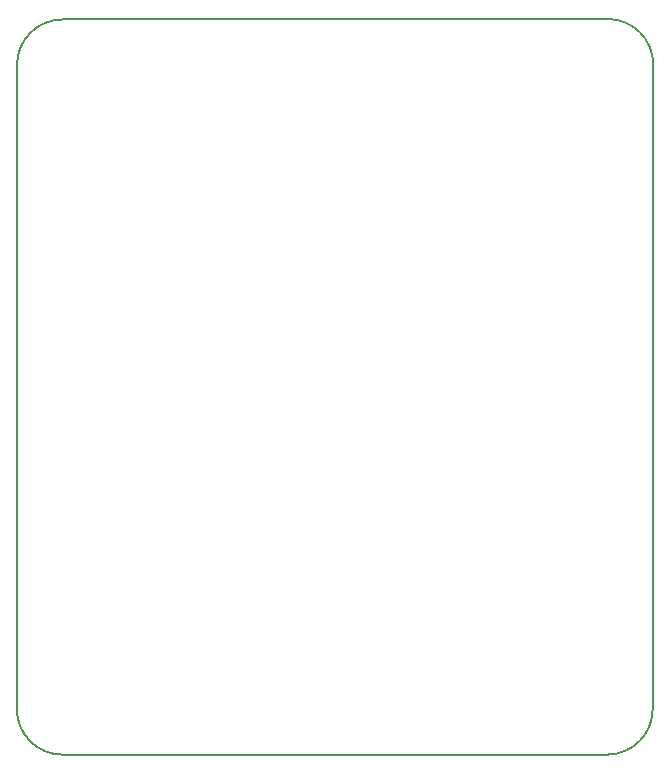
<source format=gbr>
G04 #@! TF.GenerationSoftware,KiCad,Pcbnew,(5.0.0)*
G04 #@! TF.CreationDate,2020-04-23T21:24:48+10:00*
G04 #@! TF.ProjectId,Classification and Contol Board,436C617373696669636174696F6E2061,rev?*
G04 #@! TF.SameCoordinates,Original*
G04 #@! TF.FileFunction,Profile,NP*
%FSLAX46Y46*%
G04 Gerber Fmt 4.6, Leading zero omitted, Abs format (unit mm)*
G04 Created by KiCad (PCBNEW (5.0.0)) date 04/23/20 21:24:48*
%MOMM*%
%LPD*%
G01*
G04 APERTURE LIST*
%ADD10C,0.150000*%
G04 APERTURE END LIST*
D10*
X118300000Y-61310000D02*
X164460000Y-61270000D01*
X164450000Y-61270000D02*
G75*
G02X168310000Y-65130000I0J-3860000D01*
G01*
X168310000Y-65130000D02*
X168270000Y-119730000D01*
X118290000Y-123560000D02*
X164450000Y-123550000D01*
X168270000Y-119690000D02*
G75*
G02X164410000Y-123550000I-3860000J0D01*
G01*
X114440000Y-65160000D02*
X114430000Y-119680000D01*
X118290000Y-123560000D02*
G75*
G02X114430000Y-119700000I0J3860000D01*
G01*
X114440000Y-65170000D02*
G75*
G02X118300000Y-61310000I3860000J0D01*
G01*
M02*

</source>
